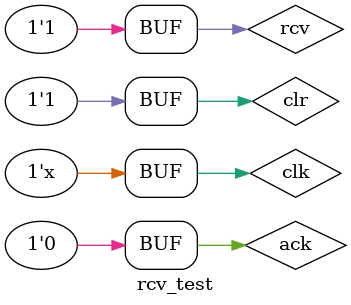
<source format=v>
`timescale 1ns / 1ps


module rcv_test;

	// Inputs
	reg clk;
	reg clr;
	reg rcv;
	reg ack;

	// Outputs
	wire req;
	wire [7:0] data;
	
	integer i;
	reg [6:0] rcv_test;
	
	// Instantiate the Unit Under Test (UUT)
	receiver uut (
		.clk(clk), 
		.clr(clr), 
		.rcv(rcv), 
		.ack(ack), 
		.req(req), 
		.data(data)
	);

	initial begin
		$display("Start Test");
		// Initialize Inputs
		clk = 0;
		clr = 0;
		rcv = 1;
		ack = 0;
		
		#20;
		clr = 1;

		// Wait 100 ns for global reset to finish
		#100;
        
		rcv = 0;
		
		#18; rcv = 1;
		#18; rcv = 1;
		#18; rcv = 1;
		#18; rcv = 1;
		#18; rcv = 1;
		#18; rcv = 1;
		#18; rcv = 1;
		#18; rcv = 1;
		#18; rcv = 1;
		
		#100;

		$display("End Test");
	end
 
	always #1 clk = ~clk;
endmodule


</source>
